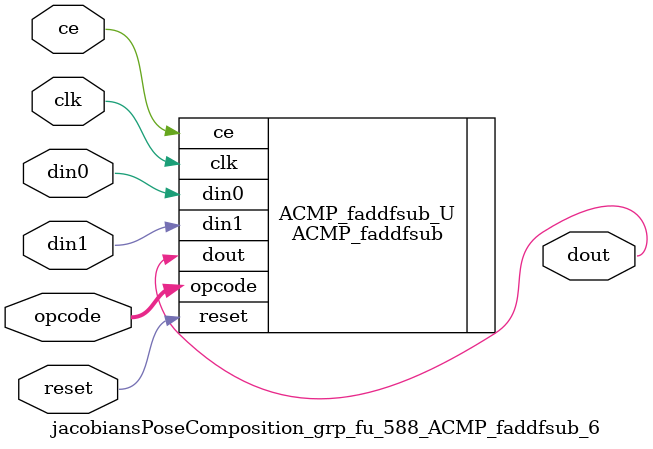
<source format=v>

`timescale 1 ns / 1 ps
module jacobiansPoseComposition_grp_fu_588_ACMP_faddfsub_6(
    clk,
    reset,
    ce,
    din0,
    din1,
    opcode,
    dout);

parameter ID = 32'd1;
parameter NUM_STAGE = 32'd1;
parameter din0_WIDTH = 32'd1;
parameter din1_WIDTH = 32'd1;
parameter dout_WIDTH = 32'd1;
input clk;
input reset;
input ce;
input[din0_WIDTH - 1:0] din0;
input[din1_WIDTH - 1:0] din1;
input[2 - 1:0] opcode;
output[dout_WIDTH - 1:0] dout;



ACMP_faddfsub #(
.ID( ID ),
.NUM_STAGE( 4 ),
.din0_WIDTH( din0_WIDTH ),
.din1_WIDTH( din1_WIDTH ),
.dout_WIDTH( dout_WIDTH ))
ACMP_faddfsub_U(
    .clk( clk ),
    .reset( reset ),
    .ce( ce ),
    .din0( din0 ),
    .din1( din1 ),
    .dout( dout ),
    .opcode( opcode ));

endmodule

</source>
